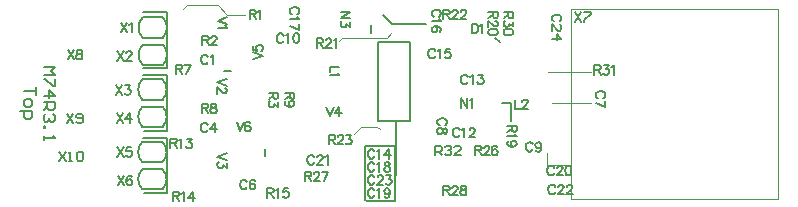
<source format=gto>
G04*
G04 #@! TF.GenerationSoftware,Altium Limited,Altium Designer,24.10.1 (45)*
G04*
G04 Layer_Color=65535*
%FSLAX44Y44*%
%MOMM*%
G71*
G04*
G04 #@! TF.SameCoordinates,FD984B7A-8438-4C43-BE95-A6A47EEA4E16*
G04*
G04*
G04 #@! TF.FilePolarity,Positive*
G04*
G01*
G75*
%ADD10C,0.1500*%
%ADD11C,0.1000*%
D10*
X132191Y-72981D02*
G03*
X132191Y-55919I-8531J8531D01*
G01*
X115129D02*
G03*
X115129Y-72981I8531J-8531D01*
G01*
X132191Y-49981D02*
G03*
X132191Y-32919I-8531J8531D01*
G01*
X115129D02*
G03*
X115129Y-49981I8531J-8531D01*
G01*
X132261Y-19981D02*
G03*
X132261Y-2919I-8531J8531D01*
G01*
X115199D02*
G03*
X115199Y-19981I8531J-8531D01*
G01*
X132261Y3019D02*
G03*
X132261Y20081I-8531J8531D01*
G01*
X115199D02*
G03*
X115199Y3019I8531J-8531D01*
G01*
X132531Y32469D02*
G03*
X132531Y49531I-8531J8531D01*
G01*
X115469D02*
G03*
X115469Y32469I8531J-8531D01*
G01*
X132531Y55469D02*
G03*
X132531Y72531I-8531J8531D01*
G01*
X115469D02*
G03*
X115469Y55469I8531J-8531D01*
G01*
X115129Y-55919D02*
X132191D01*
X115129Y-72980D02*
X132191Y-72981D01*
X115129Y-32919D02*
X132191D01*
X115129Y-49980D02*
X132191Y-49981D01*
X115199Y-2919D02*
X132261D01*
X115199Y-19980D02*
X132261Y-19981D01*
X115199Y20081D02*
X132261D01*
X115199Y3020D02*
X132261Y3019D01*
X115469Y49531D02*
X132531D01*
X115469Y32470D02*
X132531Y32469D01*
X115469Y72531D02*
X132531D01*
X115469Y55470D02*
X132531Y55469D01*
X342000Y-15000D02*
Y-2000D01*
X328000Y-15000D02*
X342000D01*
X319000Y75000D02*
X326597Y67403D01*
X420000Y0D02*
X427000D01*
Y-15000D02*
Y0D01*
X115660Y-29450D02*
X136000D01*
Y-76450D02*
Y-29450D01*
X116660Y-76450D02*
X136000D01*
X115730Y23550D02*
X136000D01*
Y-23450D02*
Y23550D01*
X116730Y-23450D02*
X136000D01*
X116000Y30000D02*
X136000D01*
Y77000D01*
X116000D02*
X136000D01*
X329000Y-61000D02*
X330000D01*
Y-16000D01*
X303762Y-81762D02*
Y-36000D01*
Y-81762D02*
X305000Y-83000D01*
X310000D01*
X329000D01*
Y-36000D01*
X303762D02*
X329000D01*
X315000Y-15000D02*
Y52000D01*
Y-15000D02*
X328000D01*
X342000Y-2000D02*
Y52000D01*
X315000D02*
X342000D01*
X326597Y67403D02*
X355403D01*
X309000Y59000D02*
Y66000D01*
X414000Y55000D02*
X418000Y52000D01*
X219000Y-45000D02*
Y-39000D01*
X184000Y27000D02*
X190000D01*
X24829Y13329D02*
Y6665D01*
Y9997D01*
X14832D01*
Y1666D02*
Y-1666D01*
X16498Y-3332D01*
X19831D01*
X21497Y-1666D01*
Y1666D01*
X19831Y3332D01*
X16498D01*
X14832Y1666D01*
X11500Y-6665D02*
X21497D01*
Y-11663D01*
X19831Y-13329D01*
X16498D01*
X14832Y-11663D01*
Y-6665D01*
X31500Y30823D02*
X41497D01*
X38165Y27491D01*
X41497Y24159D01*
X31500D01*
X41497Y20827D02*
Y14162D01*
X39831D01*
X33166Y20827D01*
X31500D01*
Y5831D02*
X41497D01*
X36498Y10830D01*
Y4165D01*
X31500Y833D02*
X41497D01*
Y-4165D01*
X39831Y-5832D01*
X36498D01*
X34832Y-4165D01*
Y833D01*
Y-2499D02*
X31500Y-5832D01*
X39831Y-9164D02*
X41497Y-10830D01*
Y-14162D01*
X39831Y-15828D01*
X38165D01*
X36498Y-14162D01*
Y-12496D01*
Y-14162D01*
X34832Y-15828D01*
X33166D01*
X31500Y-14162D01*
Y-10830D01*
X33166Y-9164D01*
X31500Y-19160D02*
X33166D01*
Y-20827D01*
X31500D01*
Y-19160D01*
Y-27491D02*
Y-30823D01*
Y-29157D01*
X41497D01*
X39831Y-27491D01*
X468666Y69332D02*
X469999Y70665D01*
Y73330D01*
X468666Y74663D01*
X463334D01*
X462001Y73330D01*
Y70665D01*
X463334Y69332D01*
X462001Y61334D02*
Y66666D01*
X467333Y61334D01*
X468666D01*
X469999Y62667D01*
Y65333D01*
X468666Y66666D01*
X462001Y54670D02*
X469999D01*
X466000Y58668D01*
Y53337D01*
X45003Y-41001D02*
X50335Y-48999D01*
Y-41001D02*
X45003Y-48999D01*
X53001D02*
X55666D01*
X54334D01*
Y-41001D01*
X53001Y-42334D01*
X59665D02*
X60998Y-41001D01*
X63664D01*
X64997Y-42334D01*
Y-47666D01*
X63664Y-48999D01*
X60998D01*
X59665Y-47666D01*
Y-42334D01*
X51336Y-9001D02*
X56667Y-16999D01*
Y-9001D02*
X51336Y-16999D01*
X59333Y-15666D02*
X60666Y-16999D01*
X63332D01*
X64665Y-15666D01*
Y-10334D01*
X63332Y-9001D01*
X60666D01*
X59333Y-10334D01*
Y-11667D01*
X60666Y-13000D01*
X64665D01*
X363337Y-43999D02*
Y-36001D01*
X367336D01*
X368668Y-37334D01*
Y-40000D01*
X367336Y-41333D01*
X363337D01*
X366003D02*
X368668Y-43999D01*
X371334Y-37334D02*
X372667Y-36001D01*
X375333D01*
X376666Y-37334D01*
Y-38667D01*
X375333Y-40000D01*
X374000D01*
X375333D01*
X376666Y-41333D01*
Y-42666D01*
X375333Y-43999D01*
X372667D01*
X371334Y-42666D01*
X384663Y-43999D02*
X379332D01*
X384663Y-38667D01*
Y-37334D01*
X383330Y-36001D01*
X380664D01*
X379332Y-37334D01*
X464713Y-70906D02*
X464332Y-70144D01*
X463570Y-69383D01*
X462809Y-69002D01*
X461285D01*
X460523Y-69383D01*
X459762Y-70144D01*
X459381Y-70906D01*
X459000Y-72049D01*
Y-73953D01*
X459381Y-75096D01*
X459762Y-75857D01*
X460523Y-76619D01*
X461285Y-77000D01*
X462809D01*
X463570Y-76619D01*
X464332Y-75857D01*
X464713Y-75096D01*
X467341Y-70906D02*
Y-70525D01*
X467722Y-69763D01*
X468103Y-69383D01*
X468865Y-69002D01*
X470388D01*
X471150Y-69383D01*
X471531Y-69763D01*
X471912Y-70525D01*
Y-71287D01*
X471531Y-72049D01*
X470769Y-73191D01*
X466960Y-77000D01*
X472292D01*
X474463Y-70906D02*
Y-70525D01*
X474844Y-69763D01*
X475225Y-69383D01*
X475987Y-69002D01*
X477510D01*
X478272Y-69383D01*
X478653Y-69763D01*
X479034Y-70525D01*
Y-71287D01*
X478653Y-72049D01*
X477891Y-73191D01*
X474082Y-77000D01*
X479415D01*
X481335Y76999D02*
X486667Y69001D01*
Y76999D02*
X481335Y69001D01*
X489333Y76999D02*
X494664D01*
Y75666D01*
X489333Y70334D01*
Y69001D01*
X52000Y44998D02*
X57332Y37000D01*
Y44998D02*
X52000Y37000D01*
X61027Y44998D02*
X59884Y44617D01*
X59503Y43856D01*
Y43094D01*
X59884Y42332D01*
X60646Y41951D01*
X62169Y41571D01*
X63312Y41190D01*
X64074Y40428D01*
X64454Y39666D01*
Y38523D01*
X64074Y37762D01*
X63693Y37381D01*
X62550Y37000D01*
X61027D01*
X59884Y37381D01*
X59503Y37762D01*
X59122Y38523D01*
Y39666D01*
X59503Y40428D01*
X60265Y41190D01*
X61407Y41571D01*
X62931Y41951D01*
X63693Y42332D01*
X64074Y43094D01*
Y43856D01*
X63693Y44617D01*
X62550Y44998D01*
X61027D01*
X94612Y-61452D02*
X99944Y-69450D01*
Y-61452D02*
X94612Y-69450D01*
X106305Y-62594D02*
X105924Y-61833D01*
X104782Y-61452D01*
X104020D01*
X102877Y-61833D01*
X102115Y-62975D01*
X101735Y-64880D01*
Y-66784D01*
X102115Y-68307D01*
X102877Y-69069D01*
X104020Y-69450D01*
X104401D01*
X105543Y-69069D01*
X106305Y-68307D01*
X106686Y-67165D01*
Y-66784D01*
X106305Y-65641D01*
X105543Y-64880D01*
X104401Y-64499D01*
X104020D01*
X102877Y-64880D01*
X102115Y-65641D01*
X101735Y-66784D01*
X94136Y-37452D02*
X99468Y-45450D01*
Y-37452D02*
X94136Y-45450D01*
X105829Y-37452D02*
X102020D01*
X101639Y-40880D01*
X102020Y-40499D01*
X103163Y-40118D01*
X104305D01*
X105448Y-40499D01*
X106210Y-41260D01*
X106591Y-42403D01*
Y-43165D01*
X106210Y-44307D01*
X105448Y-45069D01*
X104305Y-45450D01*
X103163D01*
X102020Y-45069D01*
X101639Y-44688D01*
X101258Y-43927D01*
X93660Y-8452D02*
X98992Y-16450D01*
Y-8452D02*
X93660Y-16450D01*
X104591Y-8452D02*
X100782Y-13784D01*
X106495D01*
X104591Y-8452D02*
Y-16450D01*
X93000Y14998D02*
X98332Y7000D01*
Y14998D02*
X93000Y7000D01*
X100884Y14998D02*
X105074D01*
X102788Y11951D01*
X103931D01*
X104693Y11571D01*
X105074Y11190D01*
X105455Y10047D01*
Y9285D01*
X105074Y8143D01*
X104312Y7381D01*
X103169Y7000D01*
X102027D01*
X100884Y7381D01*
X100503Y7762D01*
X100122Y8523D01*
X94136Y43998D02*
X99468Y36000D01*
Y43998D02*
X94136Y36000D01*
X101639Y42094D02*
Y42475D01*
X102020Y43237D01*
X102401Y43617D01*
X103163Y43998D01*
X104686D01*
X105448Y43617D01*
X105829Y43237D01*
X106210Y42475D01*
Y41713D01*
X105829Y40951D01*
X105067Y39809D01*
X101258Y36000D01*
X106591D01*
X97000Y67998D02*
X102332Y60000D01*
Y67998D02*
X97000Y60000D01*
X104122Y66475D02*
X104884Y66856D01*
X106027Y67998D01*
Y60000D01*
X195000Y-16002D02*
X198047Y-24000D01*
X201094Y-16002D02*
X198047Y-24000D01*
X206693Y-17144D02*
X206312Y-16383D01*
X205169Y-16002D01*
X204408D01*
X203265Y-16383D01*
X202503Y-17525D01*
X202122Y-19430D01*
Y-21334D01*
X202503Y-22857D01*
X203265Y-23619D01*
X204408Y-24000D01*
X204788D01*
X205931Y-23619D01*
X206693Y-22857D01*
X207074Y-21715D01*
Y-21334D01*
X206693Y-20191D01*
X205931Y-19430D01*
X204788Y-19049D01*
X204408D01*
X203265Y-19430D01*
X202503Y-20191D01*
X202122Y-21334D01*
X209002Y37000D02*
X217000Y40047D01*
X209002Y43094D02*
X217000Y40047D01*
X209002Y48693D02*
Y44884D01*
X212430Y44503D01*
X212049Y44884D01*
X211668Y46027D01*
Y47169D01*
X212049Y48312D01*
X212810Y49074D01*
X213953Y49454D01*
X214715D01*
X215857Y49074D01*
X216619Y48312D01*
X217000Y47169D01*
Y46027D01*
X216619Y44884D01*
X216238Y44503D01*
X215476Y44122D01*
X271000Y-3002D02*
X274047Y-11000D01*
X277094Y-3002D02*
X274047Y-11000D01*
X281931Y-3002D02*
X278122Y-8334D01*
X283835D01*
X281931Y-3002D02*
Y-11000D01*
X186658Y-42450D02*
X178660Y-45497D01*
X186658Y-48544D02*
X178660Y-45497D01*
X186658Y-50334D02*
Y-54524D01*
X183611Y-52238D01*
Y-53381D01*
X183230Y-54143D01*
X182850Y-54524D01*
X181707Y-54904D01*
X180945D01*
X179803Y-54524D01*
X179041Y-53762D01*
X178660Y-52619D01*
Y-51477D01*
X179041Y-50334D01*
X179422Y-49953D01*
X180184Y-49572D01*
X186728Y20550D02*
X178730Y17503D01*
X186728Y14456D02*
X178730Y17503D01*
X184824Y13047D02*
X185205D01*
X185967Y12666D01*
X186348Y12285D01*
X186728Y11523D01*
Y10000D01*
X186348Y9238D01*
X185967Y8857D01*
X185205Y8476D01*
X184443D01*
X183681Y8857D01*
X182539Y9619D01*
X178730Y13428D01*
Y8096D01*
X186998Y73000D02*
X179000Y69953D01*
X186998Y66906D02*
X179000Y69953D01*
X185475Y65878D02*
X185856Y65116D01*
X186998Y63973D01*
X179000D01*
X243998Y9000D02*
X236000D01*
X243998D02*
Y5572D01*
X243617Y4430D01*
X243237Y4049D01*
X242475Y3668D01*
X241713D01*
X240951Y4049D01*
X240571Y4430D01*
X240190Y5572D01*
Y9000D01*
Y6334D02*
X236000Y3668D01*
X241332Y-3074D02*
X240190Y-2693D01*
X239428Y-1931D01*
X239047Y-788D01*
Y-408D01*
X239428Y735D01*
X240190Y1497D01*
X241332Y1878D01*
X241713D01*
X242856Y1497D01*
X243617Y735D01*
X243998Y-408D01*
Y-788D01*
X243617Y-1931D01*
X242856Y-2693D01*
X241332Y-3074D01*
X239428D01*
X237523Y-2693D01*
X236381Y-1931D01*
X236000Y-788D01*
Y-27D01*
X236381Y1116D01*
X237143Y1497D01*
X165730Y-452D02*
Y-8450D01*
Y-452D02*
X169158D01*
X170301Y-833D01*
X170681Y-1213D01*
X171062Y-1975D01*
Y-2737D01*
X170681Y-3499D01*
X170301Y-3880D01*
X169158Y-4260D01*
X165730D01*
X168396D02*
X171062Y-8450D01*
X174757Y-452D02*
X173614Y-833D01*
X173233Y-1594D01*
Y-2356D01*
X173614Y-3118D01*
X174376Y-3499D01*
X175899Y-3880D01*
X177042Y-4260D01*
X177804Y-5022D01*
X178185Y-5784D01*
Y-6927D01*
X177804Y-7688D01*
X177423Y-8069D01*
X176280Y-8450D01*
X174757D01*
X173614Y-8069D01*
X173233Y-7688D01*
X172852Y-6927D01*
Y-5784D01*
X173233Y-5022D01*
X173995Y-4260D01*
X175138Y-3880D01*
X176661Y-3499D01*
X177423Y-3118D01*
X177804Y-2356D01*
Y-1594D01*
X177423Y-833D01*
X176280Y-452D01*
X174757D01*
X143730Y32548D02*
Y24550D01*
Y32548D02*
X147158D01*
X148301Y32167D01*
X148681Y31787D01*
X149062Y31025D01*
Y30263D01*
X148681Y29501D01*
X148301Y29121D01*
X147158Y28740D01*
X143730D01*
X146396D02*
X149062Y24550D01*
X156185Y32548D02*
X152376Y24550D01*
X150852Y32548D02*
X156185D01*
X498000Y31998D02*
Y24000D01*
Y31998D02*
X501428D01*
X502570Y31617D01*
X502951Y31237D01*
X503332Y30475D01*
Y29713D01*
X502951Y28951D01*
X502570Y28570D01*
X501428Y28190D01*
X498000D01*
X500666D02*
X503332Y24000D01*
X505884Y31998D02*
X510074D01*
X507788Y28951D01*
X508931D01*
X509693Y28570D01*
X510074Y28190D01*
X510454Y27047D01*
Y26285D01*
X510074Y25143D01*
X509312Y24381D01*
X508169Y24000D01*
X507027D01*
X505884Y24381D01*
X505503Y24762D01*
X505122Y25524D01*
X512245Y30475D02*
X513006Y30856D01*
X514149Y31998D01*
Y24000D01*
X428998Y77000D02*
X421000D01*
X428998D02*
Y73572D01*
X428617Y72429D01*
X428237Y72049D01*
X427475Y71668D01*
X426713D01*
X425951Y72049D01*
X425570Y72429D01*
X425190Y73572D01*
Y77000D01*
Y74334D02*
X421000Y71668D01*
X428998Y69116D02*
Y64926D01*
X425951Y67212D01*
Y66069D01*
X425570Y65307D01*
X425190Y64926D01*
X424047Y64545D01*
X423285D01*
X422143Y64926D01*
X421381Y65688D01*
X421000Y66831D01*
Y67973D01*
X421381Y69116D01*
X421762Y69497D01*
X422523Y69878D01*
X428998Y60470D02*
X428617Y61613D01*
X427475Y62375D01*
X425570Y62755D01*
X424428D01*
X422523Y62375D01*
X421381Y61613D01*
X421000Y60470D01*
Y59708D01*
X421381Y58566D01*
X422523Y57804D01*
X424428Y57423D01*
X425570D01*
X427475Y57804D01*
X428617Y58566D01*
X428998Y59708D01*
Y60470D01*
X229998Y9000D02*
X222000D01*
X229998D02*
Y5572D01*
X229617Y4430D01*
X229237Y4049D01*
X228475Y3668D01*
X227713D01*
X226951Y4049D01*
X226570Y4430D01*
X226190Y5572D01*
Y9000D01*
Y6334D02*
X222000Y3668D01*
X229998Y1116D02*
Y-3074D01*
X226951Y-788D01*
Y-1931D01*
X226570Y-2693D01*
X226190Y-3074D01*
X225047Y-3455D01*
X224285D01*
X223143Y-3074D01*
X222381Y-2312D01*
X222000Y-1169D01*
Y-27D01*
X222381Y1116D01*
X222762Y1497D01*
X223524Y1878D01*
X370000Y-70002D02*
Y-78000D01*
Y-70002D02*
X373428D01*
X374570Y-70383D01*
X374951Y-70763D01*
X375332Y-71525D01*
Y-72287D01*
X374951Y-73049D01*
X374570Y-73429D01*
X373428Y-73810D01*
X370000D01*
X372666D02*
X375332Y-78000D01*
X377503Y-71906D02*
Y-71525D01*
X377884Y-70763D01*
X378265Y-70383D01*
X379027Y-70002D01*
X380550D01*
X381312Y-70383D01*
X381693Y-70763D01*
X382074Y-71525D01*
Y-72287D01*
X381693Y-73049D01*
X380931Y-74191D01*
X377122Y-78000D01*
X382454D01*
X386149Y-70002D02*
X385006Y-70383D01*
X384625Y-71144D01*
Y-71906D01*
X385006Y-72668D01*
X385768Y-73049D01*
X387291Y-73429D01*
X388434Y-73810D01*
X389196Y-74572D01*
X389577Y-75334D01*
Y-76476D01*
X389196Y-77238D01*
X388815Y-77619D01*
X387672Y-78000D01*
X386149D01*
X385006Y-77619D01*
X384625Y-77238D01*
X384245Y-76476D01*
Y-75334D01*
X384625Y-74572D01*
X385387Y-73810D01*
X386530Y-73429D01*
X388053Y-73049D01*
X388815Y-72668D01*
X389196Y-71906D01*
Y-71144D01*
X388815Y-70383D01*
X387672Y-70002D01*
X386149D01*
X253000Y-58002D02*
Y-66000D01*
Y-58002D02*
X256428D01*
X257570Y-58383D01*
X257951Y-58763D01*
X258332Y-59525D01*
Y-60287D01*
X257951Y-61049D01*
X257570Y-61430D01*
X256428Y-61810D01*
X253000D01*
X255666D02*
X258332Y-66000D01*
X260503Y-59906D02*
Y-59525D01*
X260884Y-58763D01*
X261265Y-58383D01*
X262027Y-58002D01*
X263550D01*
X264312Y-58383D01*
X264693Y-58763D01*
X265074Y-59525D01*
Y-60287D01*
X264693Y-61049D01*
X263931Y-62191D01*
X260122Y-66000D01*
X265455D01*
X272577Y-58002D02*
X268768Y-66000D01*
X267245Y-58002D02*
X272577D01*
X397000Y-36002D02*
Y-44000D01*
Y-36002D02*
X400428D01*
X401570Y-36383D01*
X401951Y-36763D01*
X402332Y-37525D01*
Y-38287D01*
X401951Y-39049D01*
X401570Y-39430D01*
X400428Y-39810D01*
X397000D01*
X399666D02*
X402332Y-44000D01*
X404503Y-37906D02*
Y-37525D01*
X404884Y-36763D01*
X405265Y-36383D01*
X406027Y-36002D01*
X407550D01*
X408312Y-36383D01*
X408693Y-36763D01*
X409074Y-37525D01*
Y-38287D01*
X408693Y-39049D01*
X407931Y-40191D01*
X404122Y-44000D01*
X409454D01*
X415815Y-37144D02*
X415434Y-36383D01*
X414291Y-36002D01*
X413530D01*
X412387Y-36383D01*
X411625Y-37525D01*
X411245Y-39430D01*
Y-41334D01*
X411625Y-42857D01*
X412387Y-43619D01*
X413530Y-44000D01*
X413911D01*
X415053Y-43619D01*
X415815Y-42857D01*
X416196Y-41715D01*
Y-41334D01*
X415815Y-40191D01*
X415053Y-39430D01*
X413911Y-39049D01*
X413530D01*
X412387Y-39430D01*
X411625Y-40191D01*
X411245Y-41334D01*
X273000Y-27002D02*
Y-35000D01*
Y-27002D02*
X276428D01*
X277570Y-27383D01*
X277951Y-27763D01*
X278332Y-28525D01*
Y-29287D01*
X277951Y-30049D01*
X277570Y-30430D01*
X276428Y-30810D01*
X273000D01*
X275666D02*
X278332Y-35000D01*
X280503Y-28906D02*
Y-28525D01*
X280884Y-27763D01*
X281265Y-27383D01*
X282027Y-27002D01*
X283550D01*
X284312Y-27383D01*
X284693Y-27763D01*
X285074Y-28525D01*
Y-29287D01*
X284693Y-30049D01*
X283931Y-31191D01*
X280122Y-35000D01*
X285455D01*
X288006Y-27002D02*
X292196D01*
X289911Y-30049D01*
X291053D01*
X291815Y-30430D01*
X292196Y-30810D01*
X292577Y-31953D01*
Y-32715D01*
X292196Y-33857D01*
X291434Y-34619D01*
X290292Y-35000D01*
X289149D01*
X288006Y-34619D01*
X287625Y-34238D01*
X287245Y-33477D01*
X370000Y78998D02*
Y71000D01*
Y78998D02*
X373428D01*
X374570Y78617D01*
X374951Y78237D01*
X375332Y77475D01*
Y76713D01*
X374951Y75951D01*
X374570Y75571D01*
X373428Y75190D01*
X370000D01*
X372666D02*
X375332Y71000D01*
X377503Y77094D02*
Y77475D01*
X377884Y78237D01*
X378265Y78617D01*
X379027Y78998D01*
X380550D01*
X381312Y78617D01*
X381693Y78237D01*
X382074Y77475D01*
Y76713D01*
X381693Y75951D01*
X380931Y74809D01*
X377122Y71000D01*
X382454D01*
X384625Y77094D02*
Y77475D01*
X385006Y78237D01*
X385387Y78617D01*
X386149Y78998D01*
X387672D01*
X388434Y78617D01*
X388815Y78237D01*
X389196Y77475D01*
Y76713D01*
X388815Y75951D01*
X388053Y74809D01*
X384245Y71000D01*
X389577D01*
X263000Y54998D02*
Y47000D01*
Y54998D02*
X266428D01*
X267570Y54617D01*
X267951Y54237D01*
X268332Y53475D01*
Y52713D01*
X267951Y51951D01*
X267570Y51571D01*
X266428Y51190D01*
X263000D01*
X265666D02*
X268332Y47000D01*
X270503Y53094D02*
Y53475D01*
X270884Y54237D01*
X271265Y54617D01*
X272027Y54998D01*
X273550D01*
X274312Y54617D01*
X274693Y54237D01*
X275074Y53475D01*
Y52713D01*
X274693Y51951D01*
X273931Y50809D01*
X270122Y47000D01*
X275455D01*
X277245Y53475D02*
X278006Y53856D01*
X279149Y54998D01*
Y47000D01*
X415998Y77000D02*
X408000D01*
X415998D02*
Y73572D01*
X415617Y72429D01*
X415237Y72049D01*
X414475Y71668D01*
X413713D01*
X412951Y72049D01*
X412570Y72429D01*
X412190Y73572D01*
Y77000D01*
Y74334D02*
X408000Y71668D01*
X414094Y69497D02*
X414475D01*
X415237Y69116D01*
X415617Y68735D01*
X415998Y67973D01*
Y66450D01*
X415617Y65688D01*
X415237Y65307D01*
X414475Y64926D01*
X413713D01*
X412951Y65307D01*
X411809Y66069D01*
X408000Y69878D01*
Y64545D01*
X415998Y60470D02*
X415617Y61613D01*
X414475Y62375D01*
X412570Y62755D01*
X411428D01*
X409524Y62375D01*
X408381Y61613D01*
X408000Y60470D01*
Y59708D01*
X408381Y58566D01*
X409524Y57804D01*
X411428Y57423D01*
X412570D01*
X414475Y57804D01*
X415617Y58566D01*
X415998Y59708D01*
Y60470D01*
X166000Y56998D02*
Y49000D01*
Y56998D02*
X169428D01*
X170571Y56617D01*
X170951Y56237D01*
X171332Y55475D01*
Y54713D01*
X170951Y53951D01*
X170571Y53570D01*
X169428Y53190D01*
X166000D01*
X168666D02*
X171332Y49000D01*
X173503Y55094D02*
Y55475D01*
X173884Y56237D01*
X174265Y56617D01*
X175027Y56998D01*
X176550D01*
X177312Y56617D01*
X177693Y56237D01*
X178074Y55475D01*
Y54713D01*
X177693Y53951D01*
X176931Y52809D01*
X173122Y49000D01*
X178454D01*
X431998Y-19000D02*
X424000D01*
X431998D02*
Y-22428D01*
X431617Y-23570D01*
X431237Y-23951D01*
X430475Y-24332D01*
X429713D01*
X428951Y-23951D01*
X428570Y-23570D01*
X428190Y-22428D01*
Y-19000D01*
Y-21666D02*
X424000Y-24332D01*
X430475Y-26122D02*
X430856Y-26884D01*
X431998Y-28027D01*
X424000D01*
X429332Y-36939D02*
X428190Y-36558D01*
X427428Y-35796D01*
X427047Y-34654D01*
Y-34273D01*
X427428Y-33130D01*
X428190Y-32369D01*
X429332Y-31988D01*
X429713D01*
X430856Y-32369D01*
X431617Y-33130D01*
X431998Y-34273D01*
Y-34654D01*
X431617Y-35796D01*
X430856Y-36558D01*
X429332Y-36939D01*
X427428D01*
X425523Y-36558D01*
X424381Y-35796D01*
X424000Y-34654D01*
Y-33892D01*
X424381Y-32749D01*
X425143Y-32369D01*
X221000Y-72002D02*
Y-80000D01*
Y-72002D02*
X224428D01*
X225570Y-72383D01*
X225951Y-72763D01*
X226332Y-73525D01*
Y-74287D01*
X225951Y-75049D01*
X225570Y-75430D01*
X224428Y-75810D01*
X221000D01*
X223666D02*
X226332Y-80000D01*
X228122Y-73525D02*
X228884Y-73144D01*
X230027Y-72002D01*
Y-80000D01*
X238558Y-72002D02*
X234749D01*
X234369Y-75430D01*
X234749Y-75049D01*
X235892Y-74668D01*
X237035D01*
X238177Y-75049D01*
X238939Y-75810D01*
X239320Y-76953D01*
Y-77715D01*
X238939Y-78857D01*
X238177Y-79619D01*
X237035Y-80000D01*
X235892D01*
X234749Y-79619D01*
X234369Y-79238D01*
X233988Y-78477D01*
X141000Y-75002D02*
Y-83000D01*
Y-75002D02*
X144428D01*
X145570Y-75383D01*
X145951Y-75764D01*
X146332Y-76525D01*
Y-77287D01*
X145951Y-78049D01*
X145570Y-78430D01*
X144428Y-78810D01*
X141000D01*
X143666D02*
X146332Y-83000D01*
X148122Y-76525D02*
X148884Y-76144D01*
X150027Y-75002D01*
Y-83000D01*
X157796Y-75002D02*
X153988Y-80334D01*
X159701D01*
X157796Y-75002D02*
Y-83000D01*
X139000Y-30002D02*
Y-38000D01*
Y-30002D02*
X142428D01*
X143570Y-30383D01*
X143951Y-30763D01*
X144332Y-31525D01*
Y-32287D01*
X143951Y-33049D01*
X143570Y-33430D01*
X142428Y-33810D01*
X139000D01*
X141666D02*
X144332Y-38000D01*
X146122Y-31525D02*
X146884Y-31144D01*
X148027Y-30002D01*
Y-38000D01*
X152750Y-30002D02*
X156939D01*
X154654Y-33049D01*
X155796D01*
X156558Y-33430D01*
X156939Y-33810D01*
X157320Y-34953D01*
Y-35715D01*
X156939Y-36857D01*
X156177Y-37619D01*
X155035Y-38000D01*
X153892D01*
X152750Y-37619D01*
X152369Y-37238D01*
X151988Y-36477D01*
X206000Y78998D02*
Y71000D01*
Y78998D02*
X209428D01*
X210570Y78617D01*
X210951Y78237D01*
X211332Y77475D01*
Y76713D01*
X210951Y75951D01*
X210570Y75571D01*
X209428Y75190D01*
X206000D01*
X208666D02*
X211332Y71000D01*
X213122Y77475D02*
X213884Y77856D01*
X215027Y78998D01*
Y71000D01*
X290998Y77000D02*
X283000D01*
X290998D02*
X283000Y71668D01*
X290998D02*
X283000D01*
X290998Y68697D02*
Y64507D01*
X287951Y66793D01*
Y65650D01*
X287570Y64888D01*
X287190Y64507D01*
X286047Y64127D01*
X285285D01*
X284143Y64507D01*
X283381Y65269D01*
X283000Y66412D01*
Y67554D01*
X283381Y68697D01*
X283762Y69078D01*
X284524Y69459D01*
X385000Y3998D02*
Y-4000D01*
Y3998D02*
X390332Y-4000D01*
Y3998D02*
Y-4000D01*
X392541Y2475D02*
X393303Y2856D01*
X394446Y3998D01*
Y-4000D01*
X431000Y2998D02*
Y-5000D01*
X435570D01*
X436827Y1094D02*
Y1475D01*
X437208Y2237D01*
X437589Y2617D01*
X438351Y2998D01*
X439874D01*
X440636Y2617D01*
X441017Y2237D01*
X441398Y1475D01*
Y713D01*
X441017Y-49D01*
X440255Y-1191D01*
X436446Y-5000D01*
X441779D01*
X281998Y31000D02*
X274000D01*
Y26430D01*
X280475Y25554D02*
X280856Y24792D01*
X281998Y23649D01*
X274000D01*
X394000Y66998D02*
Y59000D01*
Y66998D02*
X396666D01*
X397809Y66617D01*
X398570Y65856D01*
X398951Y65094D01*
X399332Y63951D01*
Y62047D01*
X398951Y60904D01*
X398570Y60143D01*
X397809Y59381D01*
X396666Y59000D01*
X394000D01*
X401122Y65475D02*
X401884Y65856D01*
X403027Y66998D01*
Y59000D01*
X445713Y-34906D02*
X445332Y-34144D01*
X444571Y-33383D01*
X443809Y-33002D01*
X442285D01*
X441524Y-33383D01*
X440762Y-34144D01*
X440381Y-34906D01*
X440000Y-36049D01*
Y-37953D01*
X440381Y-39096D01*
X440762Y-39857D01*
X441524Y-40619D01*
X442285Y-41000D01*
X443809D01*
X444571Y-40619D01*
X445332Y-39857D01*
X445713Y-39096D01*
X452911Y-35668D02*
X452531Y-36810D01*
X451769Y-37572D01*
X450626Y-37953D01*
X450246D01*
X449103Y-37572D01*
X448341Y-36810D01*
X447960Y-35668D01*
Y-35287D01*
X448341Y-34144D01*
X449103Y-33383D01*
X450246Y-33002D01*
X450626D01*
X451769Y-33383D01*
X452531Y-34144D01*
X452911Y-35668D01*
Y-37572D01*
X452531Y-39476D01*
X451769Y-40619D01*
X450626Y-41000D01*
X449865D01*
X448722Y-40619D01*
X448341Y-39857D01*
X371094Y-18713D02*
X371856Y-18332D01*
X372617Y-17570D01*
X372998Y-16809D01*
Y-15285D01*
X372617Y-14524D01*
X371856Y-13762D01*
X371094Y-13381D01*
X369951Y-13000D01*
X368047D01*
X366904Y-13381D01*
X366143Y-13762D01*
X365381Y-14524D01*
X365000Y-15285D01*
Y-16809D01*
X365381Y-17570D01*
X366143Y-18332D01*
X366904Y-18713D01*
X372998Y-22865D02*
X372617Y-21722D01*
X371856Y-21341D01*
X371094D01*
X370332Y-21722D01*
X369951Y-22484D01*
X369571Y-24007D01*
X369190Y-25150D01*
X368428Y-25912D01*
X367666Y-26292D01*
X366524D01*
X365762Y-25912D01*
X365381Y-25531D01*
X365000Y-24388D01*
Y-22865D01*
X365381Y-21722D01*
X365762Y-21341D01*
X366524Y-20960D01*
X367666D01*
X368428Y-21341D01*
X369190Y-22103D01*
X369571Y-23245D01*
X369951Y-24769D01*
X370332Y-25531D01*
X371094Y-25912D01*
X371856D01*
X372617Y-25531D01*
X372998Y-24388D01*
Y-22865D01*
X505094Y4287D02*
X505856Y4668D01*
X506617Y5430D01*
X506998Y6191D01*
Y7715D01*
X506617Y8476D01*
X505856Y9238D01*
X505094Y9619D01*
X503951Y10000D01*
X502047D01*
X500904Y9619D01*
X500143Y9238D01*
X499381Y8476D01*
X499000Y7715D01*
Y6191D01*
X499381Y5430D01*
X500143Y4668D01*
X500904Y4287D01*
X506998Y-3292D02*
X499000Y516D01*
X506998Y2040D02*
Y-3292D01*
X203713Y-66906D02*
X203332Y-66144D01*
X202570Y-65383D01*
X201809Y-65002D01*
X200285D01*
X199524Y-65383D01*
X198762Y-66144D01*
X198381Y-66906D01*
X198000Y-68049D01*
Y-69953D01*
X198381Y-71096D01*
X198762Y-71857D01*
X199524Y-72619D01*
X200285Y-73000D01*
X201809D01*
X202570Y-72619D01*
X203332Y-71857D01*
X203713Y-71096D01*
X210531Y-66144D02*
X210150Y-65383D01*
X209007Y-65002D01*
X208246D01*
X207103Y-65383D01*
X206341Y-66525D01*
X205960Y-68430D01*
Y-70334D01*
X206341Y-71857D01*
X207103Y-72619D01*
X208246Y-73000D01*
X208626D01*
X209769Y-72619D01*
X210531Y-71857D01*
X210912Y-70715D01*
Y-70334D01*
X210531Y-69191D01*
X209769Y-68430D01*
X208626Y-68049D01*
X208246D01*
X207103Y-68430D01*
X206341Y-69191D01*
X205960Y-70334D01*
X170443Y-18356D02*
X170062Y-17594D01*
X169300Y-16832D01*
X168539Y-16452D01*
X167015D01*
X166254Y-16832D01*
X165492Y-17594D01*
X165111Y-18356D01*
X164730Y-19499D01*
Y-21403D01*
X165111Y-22546D01*
X165492Y-23307D01*
X166254Y-24069D01*
X167015Y-24450D01*
X168539D01*
X169300Y-24069D01*
X170062Y-23307D01*
X170443Y-22546D01*
X176499Y-16452D02*
X172690Y-21784D01*
X178403D01*
X176499Y-16452D02*
Y-24450D01*
X311713Y-62906D02*
X311332Y-62144D01*
X310570Y-61383D01*
X309809Y-61002D01*
X308285D01*
X307523Y-61383D01*
X306762Y-62144D01*
X306381Y-62906D01*
X306000Y-64049D01*
Y-65953D01*
X306381Y-67096D01*
X306762Y-67857D01*
X307523Y-68619D01*
X308285Y-69000D01*
X309809D01*
X310570Y-68619D01*
X311332Y-67857D01*
X311713Y-67096D01*
X314341Y-62906D02*
Y-62525D01*
X314722Y-61763D01*
X315103Y-61383D01*
X315865Y-61002D01*
X317388D01*
X318150Y-61383D01*
X318531Y-61763D01*
X318911Y-62525D01*
Y-63287D01*
X318531Y-64049D01*
X317769Y-65191D01*
X313960Y-69000D01*
X319292D01*
X321844Y-61002D02*
X326034D01*
X323749Y-64049D01*
X324891D01*
X325653Y-64429D01*
X326034Y-64810D01*
X326415Y-65953D01*
Y-66715D01*
X326034Y-67857D01*
X325272Y-68619D01*
X324129Y-69000D01*
X322987D01*
X321844Y-68619D01*
X321463Y-68238D01*
X321082Y-67477D01*
X260713Y-45906D02*
X260332Y-45144D01*
X259570Y-44383D01*
X258809Y-44002D01*
X257285D01*
X256523Y-44383D01*
X255762Y-45144D01*
X255381Y-45906D01*
X255000Y-47049D01*
Y-48953D01*
X255381Y-50096D01*
X255762Y-50857D01*
X256523Y-51619D01*
X257285Y-52000D01*
X258809D01*
X259570Y-51619D01*
X260332Y-50857D01*
X260713Y-50096D01*
X263341Y-45906D02*
Y-45525D01*
X263722Y-44763D01*
X264103Y-44383D01*
X264865Y-44002D01*
X266388D01*
X267150Y-44383D01*
X267531Y-44763D01*
X267911Y-45525D01*
Y-46287D01*
X267531Y-47049D01*
X266769Y-48191D01*
X262960Y-52000D01*
X268292D01*
X270082Y-45525D02*
X270844Y-45144D01*
X271987Y-44002D01*
Y-52000D01*
X463713Y-54906D02*
X463332Y-54144D01*
X462570Y-53383D01*
X461809Y-53002D01*
X460285D01*
X459524Y-53383D01*
X458762Y-54144D01*
X458381Y-54906D01*
X458000Y-56049D01*
Y-57953D01*
X458381Y-59096D01*
X458762Y-59857D01*
X459524Y-60619D01*
X460285Y-61000D01*
X461809D01*
X462570Y-60619D01*
X463332Y-59857D01*
X463713Y-59096D01*
X466341Y-54906D02*
Y-54525D01*
X466722Y-53763D01*
X467103Y-53383D01*
X467865Y-53002D01*
X469388D01*
X470150Y-53383D01*
X470531Y-53763D01*
X470911Y-54525D01*
Y-55287D01*
X470531Y-56049D01*
X469769Y-57191D01*
X465960Y-61000D01*
X471292D01*
X475368Y-53002D02*
X474225Y-53383D01*
X473463Y-54525D01*
X473083Y-56430D01*
Y-57572D01*
X473463Y-59476D01*
X474225Y-60619D01*
X475368Y-61000D01*
X476129D01*
X477272Y-60619D01*
X478034Y-59476D01*
X478415Y-57572D01*
Y-56430D01*
X478034Y-54525D01*
X477272Y-53383D01*
X476129Y-53002D01*
X475368D01*
X311713Y-73906D02*
X311332Y-73144D01*
X310570Y-72383D01*
X309809Y-72002D01*
X308285D01*
X307523Y-72383D01*
X306762Y-73144D01*
X306381Y-73906D01*
X306000Y-75049D01*
Y-76953D01*
X306381Y-78096D01*
X306762Y-78857D01*
X307523Y-79619D01*
X308285Y-80000D01*
X309809D01*
X310570Y-79619D01*
X311332Y-78857D01*
X311713Y-78096D01*
X313960Y-73525D02*
X314722Y-73144D01*
X315865Y-72002D01*
Y-80000D01*
X324777Y-74668D02*
X324396Y-75810D01*
X323634Y-76572D01*
X322492Y-76953D01*
X322111D01*
X320968Y-76572D01*
X320206Y-75810D01*
X319826Y-74668D01*
Y-74287D01*
X320206Y-73144D01*
X320968Y-72383D01*
X322111Y-72002D01*
X322492D01*
X323634Y-72383D01*
X324396Y-73144D01*
X324777Y-74668D01*
Y-76572D01*
X324396Y-78477D01*
X323634Y-79619D01*
X322492Y-80000D01*
X321730D01*
X320587Y-79619D01*
X320206Y-78857D01*
X311713Y-51906D02*
X311332Y-51144D01*
X310570Y-50383D01*
X309809Y-50002D01*
X308285D01*
X307523Y-50383D01*
X306762Y-51144D01*
X306381Y-51906D01*
X306000Y-53049D01*
Y-54953D01*
X306381Y-56096D01*
X306762Y-56857D01*
X307523Y-57619D01*
X308285Y-58000D01*
X309809D01*
X310570Y-57619D01*
X311332Y-56857D01*
X311713Y-56096D01*
X313960Y-51525D02*
X314722Y-51144D01*
X315865Y-50002D01*
Y-58000D01*
X321730Y-50002D02*
X320587Y-50383D01*
X320206Y-51144D01*
Y-51906D01*
X320587Y-52668D01*
X321349Y-53049D01*
X322873Y-53430D01*
X324015Y-53810D01*
X324777Y-54572D01*
X325158Y-55334D01*
Y-56476D01*
X324777Y-57238D01*
X324396Y-57619D01*
X323254Y-58000D01*
X321730D01*
X320587Y-57619D01*
X320206Y-57238D01*
X319826Y-56476D01*
Y-55334D01*
X320206Y-54572D01*
X320968Y-53810D01*
X322111Y-53430D01*
X323634Y-53049D01*
X324396Y-52668D01*
X324777Y-51906D01*
Y-51144D01*
X324396Y-50383D01*
X323254Y-50002D01*
X321730D01*
X246094Y75287D02*
X246856Y75668D01*
X247617Y76430D01*
X247998Y77191D01*
Y78715D01*
X247617Y79476D01*
X246856Y80238D01*
X246094Y80619D01*
X244951Y81000D01*
X243047D01*
X241904Y80619D01*
X241143Y80238D01*
X240381Y79476D01*
X240000Y78715D01*
Y77191D01*
X240381Y76430D01*
X241143Y75668D01*
X241904Y75287D01*
X246475Y73040D02*
X246856Y72278D01*
X247998Y71135D01*
X240000D01*
X247998Y61842D02*
X240000Y65651D01*
X247998Y67174D02*
Y61842D01*
X366094Y73287D02*
X366856Y73668D01*
X367617Y74429D01*
X367998Y75191D01*
Y76715D01*
X367617Y77477D01*
X366856Y78238D01*
X366094Y78619D01*
X364951Y79000D01*
X363047D01*
X361904Y78619D01*
X361143Y78238D01*
X360381Y77477D01*
X360000Y76715D01*
Y75191D01*
X360381Y74429D01*
X361143Y73668D01*
X361904Y73287D01*
X366475Y71040D02*
X366856Y70278D01*
X367998Y69135D01*
X360000D01*
X366856Y60604D02*
X367617Y60985D01*
X367998Y62127D01*
Y62889D01*
X367617Y64032D01*
X366475Y64794D01*
X364570Y65174D01*
X362666D01*
X361143Y64794D01*
X360381Y64032D01*
X360000Y62889D01*
Y62508D01*
X360381Y61366D01*
X361143Y60604D01*
X362285Y60223D01*
X362666D01*
X363809Y60604D01*
X364570Y61366D01*
X364951Y62508D01*
Y62889D01*
X364570Y64032D01*
X363809Y64794D01*
X362666Y65174D01*
X363015Y44046D02*
X362634Y44808D01*
X361872Y45569D01*
X361110Y45950D01*
X359587D01*
X358825Y45569D01*
X358063Y44808D01*
X357682Y44046D01*
X357302Y42903D01*
Y40999D01*
X357682Y39856D01*
X358063Y39095D01*
X358825Y38333D01*
X359587Y37952D01*
X361110D01*
X361872Y38333D01*
X362634Y39095D01*
X363015Y39856D01*
X365262Y44427D02*
X366024Y44808D01*
X367166Y45950D01*
Y37952D01*
X375698Y45950D02*
X371889D01*
X371508Y42522D01*
X371889Y42903D01*
X373032Y43284D01*
X374174D01*
X375317Y42903D01*
X376079Y42141D01*
X376460Y40999D01*
Y40237D01*
X376079Y39095D01*
X375317Y38333D01*
X374174Y37952D01*
X373032D01*
X371889Y38333D01*
X371508Y38714D01*
X371127Y39476D01*
X311713Y-40906D02*
X311332Y-40144D01*
X310570Y-39383D01*
X309809Y-39002D01*
X308285D01*
X307523Y-39383D01*
X306762Y-40144D01*
X306381Y-40906D01*
X306000Y-42049D01*
Y-43953D01*
X306381Y-45096D01*
X306762Y-45857D01*
X307523Y-46619D01*
X308285Y-47000D01*
X309809D01*
X310570Y-46619D01*
X311332Y-45857D01*
X311713Y-45096D01*
X313960Y-40525D02*
X314722Y-40144D01*
X315865Y-39002D01*
Y-47000D01*
X323634Y-39002D02*
X319826Y-44334D01*
X325539D01*
X323634Y-39002D02*
Y-47000D01*
X390713Y22094D02*
X390332Y22856D01*
X389570Y23617D01*
X388809Y23998D01*
X387285D01*
X386524Y23617D01*
X385762Y22856D01*
X385381Y22094D01*
X385000Y20951D01*
Y19047D01*
X385381Y17904D01*
X385762Y17143D01*
X386524Y16381D01*
X387285Y16000D01*
X388809D01*
X389570Y16381D01*
X390332Y17143D01*
X390713Y17904D01*
X392960Y22475D02*
X393722Y22856D01*
X394865Y23998D01*
Y16000D01*
X399587Y23998D02*
X403777D01*
X401492Y20951D01*
X402634D01*
X403396Y20570D01*
X403777Y20190D01*
X404158Y19047D01*
Y18285D01*
X403777Y17143D01*
X403015Y16381D01*
X401873Y16000D01*
X400730D01*
X399587Y16381D01*
X399207Y16762D01*
X398826Y17523D01*
X383713Y-22906D02*
X383332Y-22144D01*
X382570Y-21383D01*
X381809Y-21002D01*
X380285D01*
X379524Y-21383D01*
X378762Y-22144D01*
X378381Y-22906D01*
X378000Y-24049D01*
Y-25953D01*
X378381Y-27096D01*
X378762Y-27857D01*
X379524Y-28619D01*
X380285Y-29000D01*
X381809D01*
X382570Y-28619D01*
X383332Y-27857D01*
X383713Y-27096D01*
X385960Y-22525D02*
X386722Y-22144D01*
X387865Y-21002D01*
Y-29000D01*
X392206Y-22906D02*
Y-22525D01*
X392587Y-21763D01*
X392968Y-21383D01*
X393730Y-21002D01*
X395253D01*
X396015Y-21383D01*
X396396Y-21763D01*
X396777Y-22525D01*
Y-23287D01*
X396396Y-24049D01*
X395634Y-25191D01*
X391826Y-29000D01*
X397158D01*
X234713Y57094D02*
X234332Y57856D01*
X233570Y58617D01*
X232809Y58998D01*
X231285D01*
X230523Y58617D01*
X229762Y57856D01*
X229381Y57094D01*
X229000Y55951D01*
Y54047D01*
X229381Y52904D01*
X229762Y52143D01*
X230523Y51381D01*
X231285Y51000D01*
X232809D01*
X233570Y51381D01*
X234332Y52143D01*
X234713Y52904D01*
X236960Y57475D02*
X237722Y57856D01*
X238865Y58998D01*
Y51000D01*
X245111Y58998D02*
X243968Y58617D01*
X243207Y57475D01*
X242826Y55570D01*
Y54428D01*
X243207Y52523D01*
X243968Y51381D01*
X245111Y51000D01*
X245873D01*
X247015Y51381D01*
X247777Y52523D01*
X248158Y54428D01*
Y55570D01*
X247777Y57475D01*
X247015Y58617D01*
X245873Y58998D01*
X245111D01*
X170713Y39094D02*
X170332Y39856D01*
X169571Y40617D01*
X168809Y40998D01*
X167285D01*
X166523Y40617D01*
X165762Y39856D01*
X165381Y39094D01*
X165000Y37951D01*
Y36047D01*
X165381Y34904D01*
X165762Y34143D01*
X166523Y33381D01*
X167285Y33000D01*
X168809D01*
X169571Y33381D01*
X170332Y34143D01*
X170713Y34904D01*
X172960Y39475D02*
X173722Y39856D01*
X174865Y40998D01*
Y33000D01*
D11*
X462000Y0D02*
X495000D01*
X459000Y26000D02*
X495000D01*
X478000Y-81280D02*
X653570D01*
X478000D02*
Y80010D01*
X653570D01*
Y-81280D02*
Y80010D01*
X458000Y-52070D02*
X478000D01*
X458000D02*
Y-41910D01*
X196000Y75000D02*
X202000D01*
X187000D02*
X196000D01*
X179000Y83000D02*
X187000Y75000D01*
X153000Y83000D02*
X179000D01*
X314000Y-20000D02*
X316000Y-22000D01*
X300000Y-20000D02*
X314000D01*
X294000Y-26000D02*
X300000Y-20000D01*
X322000Y55000D02*
X326000Y59000D01*
X284000Y55000D02*
X322000D01*
X282000Y53000D02*
X284000Y55000D01*
X150000Y80000D02*
X153000Y83000D01*
M02*

</source>
